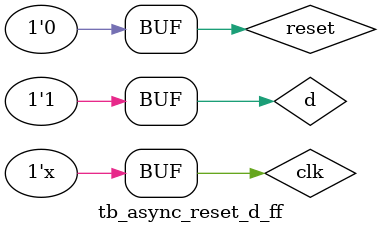
<source format=v>
module tb_async_reset_d_ff;
   
    reg d,clk,reset;
    wire q;
     async_reset_d_ff uut( .d(d), .clk(clk), .reset(reset), .q(q));
    initial begin
        d=0;
        clk=0;
        reset=0;
     end
        
     always #10 clk=~clk;
     initial #55 d=1;
     initial #85 reset=1;
     initial #125 reset=0;

endmodule

</source>
